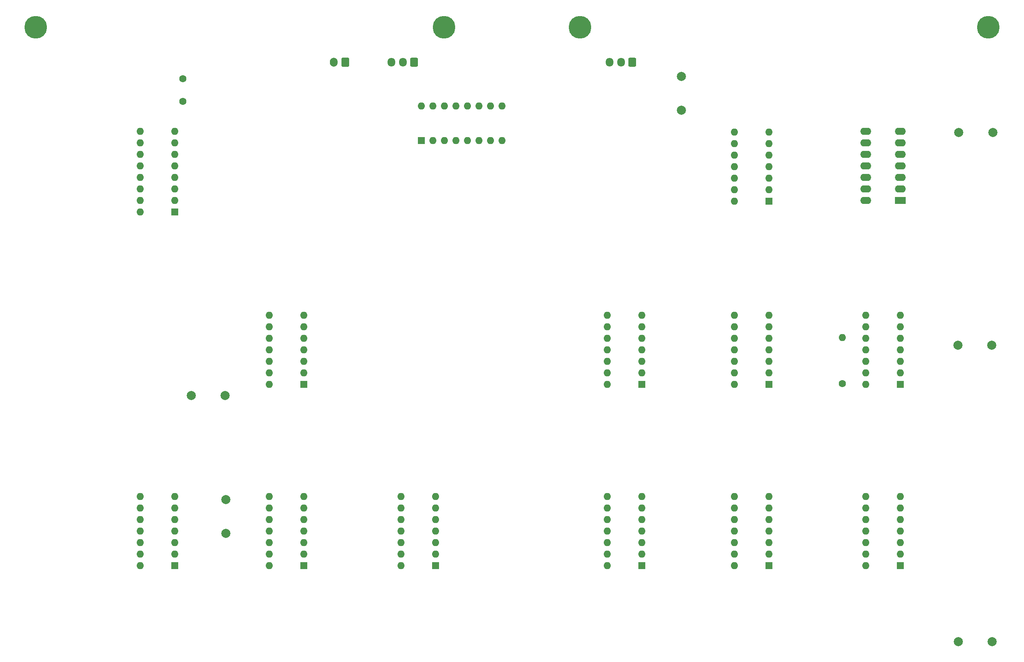
<source format=gbr>
%TF.GenerationSoftware,KiCad,Pcbnew,(6.0.4-0)*%
%TF.CreationDate,2024-04-30T16:36:33+10:00*%
%TF.ProjectId,PC and ADDER 74LS74 MOD,50432061-6e64-4204-9144-444552203734,rev?*%
%TF.SameCoordinates,Original*%
%TF.FileFunction,Soldermask,Top*%
%TF.FilePolarity,Negative*%
%FSLAX46Y46*%
G04 Gerber Fmt 4.6, Leading zero omitted, Abs format (unit mm)*
G04 Created by KiCad (PCBNEW (6.0.4-0)) date 2024-04-30 16:36:33*
%MOMM*%
%LPD*%
G01*
G04 APERTURE LIST*
G04 Aperture macros list*
%AMRoundRect*
0 Rectangle with rounded corners*
0 $1 Rounding radius*
0 $2 $3 $4 $5 $6 $7 $8 $9 X,Y pos of 4 corners*
0 Add a 4 corners polygon primitive as box body*
4,1,4,$2,$3,$4,$5,$6,$7,$8,$9,$2,$3,0*
0 Add four circle primitives for the rounded corners*
1,1,$1+$1,$2,$3*
1,1,$1+$1,$4,$5*
1,1,$1+$1,$6,$7*
1,1,$1+$1,$8,$9*
0 Add four rect primitives between the rounded corners*
20,1,$1+$1,$2,$3,$4,$5,0*
20,1,$1+$1,$4,$5,$6,$7,0*
20,1,$1+$1,$6,$7,$8,$9,0*
20,1,$1+$1,$8,$9,$2,$3,0*%
G04 Aperture macros list end*
%ADD10RoundRect,0.250000X0.600000X0.750000X-0.600000X0.750000X-0.600000X-0.750000X0.600000X-0.750000X0*%
%ADD11O,1.700000X2.000000*%
%ADD12RoundRect,0.250000X0.600000X0.725000X-0.600000X0.725000X-0.600000X-0.725000X0.600000X-0.725000X0*%
%ADD13O,1.700000X1.950000*%
%ADD14R,1.600000X1.600000*%
%ADD15O,1.600000X1.600000*%
%ADD16C,1.600000*%
%ADD17C,5.000000*%
%ADD18C,2.000000*%
%ADD19R,2.400000X1.600000*%
%ADD20O,2.400000X1.600000*%
G04 APERTURE END LIST*
D10*
%TO.C,J4*%
X108200000Y-30700000D03*
D11*
X105700000Y-30700000D03*
%TD*%
D12*
%TO.C,J3*%
X123400000Y-30700000D03*
D13*
X120900000Y-30700000D03*
X118400000Y-30700000D03*
%TD*%
D12*
%TO.C,J2*%
X171500000Y-30750000D03*
D13*
X169000000Y-30750000D03*
X166500000Y-30750000D03*
%TD*%
D14*
%TO.C,U5*%
X99120000Y-101740000D03*
D15*
X99120000Y-99200000D03*
X99120000Y-96660000D03*
X99120000Y-94120000D03*
X99120000Y-91580000D03*
X99120000Y-89040000D03*
X99120000Y-86500000D03*
X91500000Y-86500000D03*
X91500000Y-89040000D03*
X91500000Y-91580000D03*
X91500000Y-94120000D03*
X91500000Y-96660000D03*
X91500000Y-99200000D03*
X91500000Y-101740000D03*
%TD*%
D14*
%TO.C,U6*%
X173620000Y-101740000D03*
D15*
X173620000Y-99200000D03*
X173620000Y-96660000D03*
X173620000Y-94120000D03*
X173620000Y-91580000D03*
X173620000Y-89040000D03*
X173620000Y-86500000D03*
X166000000Y-86500000D03*
X166000000Y-89040000D03*
X166000000Y-91580000D03*
X166000000Y-94120000D03*
X166000000Y-96660000D03*
X166000000Y-99200000D03*
X166000000Y-101740000D03*
%TD*%
D14*
%TO.C,U9*%
X70620000Y-141740000D03*
D15*
X70620000Y-139200000D03*
X70620000Y-136660000D03*
X70620000Y-134120000D03*
X70620000Y-131580000D03*
X70620000Y-129040000D03*
X70620000Y-126500000D03*
X63000000Y-126500000D03*
X63000000Y-129040000D03*
X63000000Y-131580000D03*
X63000000Y-134120000D03*
X63000000Y-136660000D03*
X63000000Y-139200000D03*
X63000000Y-141740000D03*
%TD*%
D14*
%TO.C,U10*%
X99120000Y-141740000D03*
D15*
X99120000Y-139200000D03*
X99120000Y-136660000D03*
X99120000Y-134120000D03*
X99120000Y-131580000D03*
X99120000Y-129040000D03*
X99120000Y-126500000D03*
X91500000Y-126500000D03*
X91500000Y-129040000D03*
X91500000Y-131580000D03*
X91500000Y-134120000D03*
X91500000Y-136660000D03*
X91500000Y-139200000D03*
X91500000Y-141740000D03*
%TD*%
D14*
%TO.C,U11*%
X128120000Y-141740000D03*
D15*
X128120000Y-139200000D03*
X128120000Y-136660000D03*
X128120000Y-134120000D03*
X128120000Y-131580000D03*
X128120000Y-129040000D03*
X128120000Y-126500000D03*
X120500000Y-126500000D03*
X120500000Y-129040000D03*
X120500000Y-131580000D03*
X120500000Y-134120000D03*
X120500000Y-136660000D03*
X120500000Y-139200000D03*
X120500000Y-141740000D03*
%TD*%
D14*
%TO.C,U12*%
X173620000Y-141740000D03*
D15*
X173620000Y-139200000D03*
X173620000Y-136660000D03*
X173620000Y-134120000D03*
X173620000Y-131580000D03*
X173620000Y-129040000D03*
X173620000Y-126500000D03*
X166000000Y-126500000D03*
X166000000Y-129040000D03*
X166000000Y-131580000D03*
X166000000Y-134120000D03*
X166000000Y-136660000D03*
X166000000Y-139200000D03*
X166000000Y-141740000D03*
%TD*%
D14*
%TO.C,U13*%
X201620000Y-141740000D03*
D15*
X201620000Y-139200000D03*
X201620000Y-136660000D03*
X201620000Y-134120000D03*
X201620000Y-131580000D03*
X201620000Y-129040000D03*
X201620000Y-126500000D03*
X194000000Y-126500000D03*
X194000000Y-129040000D03*
X194000000Y-131580000D03*
X194000000Y-134120000D03*
X194000000Y-136660000D03*
X194000000Y-139200000D03*
X194000000Y-141740000D03*
%TD*%
D14*
%TO.C,U14*%
X230620000Y-141740000D03*
D15*
X230620000Y-139200000D03*
X230620000Y-136660000D03*
X230620000Y-134120000D03*
X230620000Y-131580000D03*
X230620000Y-129040000D03*
X230620000Y-126500000D03*
X223000000Y-126500000D03*
X223000000Y-129040000D03*
X223000000Y-131580000D03*
X223000000Y-134120000D03*
X223000000Y-136660000D03*
X223000000Y-139200000D03*
X223000000Y-141740000D03*
%TD*%
D14*
%TO.C,U1*%
X70620000Y-63780000D03*
D15*
X70620000Y-61240000D03*
X70620000Y-58700000D03*
X70620000Y-56160000D03*
X70620000Y-53620000D03*
X70620000Y-51080000D03*
X70620000Y-48540000D03*
X70620000Y-46000000D03*
X63000000Y-46000000D03*
X63000000Y-48540000D03*
X63000000Y-51080000D03*
X63000000Y-53620000D03*
X63000000Y-56160000D03*
X63000000Y-58700000D03*
X63000000Y-61240000D03*
X63000000Y-63780000D03*
%TD*%
D14*
%TO.C,U2*%
X125000000Y-48000000D03*
D15*
X127540000Y-48000000D03*
X130080000Y-48000000D03*
X132620000Y-48000000D03*
X135160000Y-48000000D03*
X137700000Y-48000000D03*
X140240000Y-48000000D03*
X142780000Y-48000000D03*
X142780000Y-40380000D03*
X140240000Y-40380000D03*
X137700000Y-40380000D03*
X135160000Y-40380000D03*
X132620000Y-40380000D03*
X130080000Y-40380000D03*
X127540000Y-40380000D03*
X125000000Y-40380000D03*
%TD*%
D14*
%TO.C,U7*%
X201620000Y-101740000D03*
D15*
X201620000Y-99200000D03*
X201620000Y-96660000D03*
X201620000Y-94120000D03*
X201620000Y-91580000D03*
X201620000Y-89040000D03*
X201620000Y-86500000D03*
X194000000Y-86500000D03*
X194000000Y-89040000D03*
X194000000Y-91580000D03*
X194000000Y-94120000D03*
X194000000Y-96660000D03*
X194000000Y-99200000D03*
X194000000Y-101740000D03*
%TD*%
D16*
%TO.C,R2*%
X217805000Y-101600000D03*
D15*
X217805000Y-91440000D03*
%TD*%
D14*
%TO.C,U8*%
X230620000Y-101740000D03*
D15*
X230620000Y-99200000D03*
X230620000Y-96660000D03*
X230620000Y-94120000D03*
X230620000Y-91580000D03*
X230620000Y-89040000D03*
X230620000Y-86500000D03*
X223000000Y-86500000D03*
X223000000Y-89040000D03*
X223000000Y-91580000D03*
X223000000Y-94120000D03*
X223000000Y-96660000D03*
X223000000Y-99200000D03*
X223000000Y-101740000D03*
%TD*%
D16*
%TO.C,C5*%
X72390000Y-39370000D03*
X72390000Y-34370000D03*
%TD*%
D14*
%TO.C,U3*%
X201620000Y-61340000D03*
D15*
X201620000Y-58800000D03*
X201620000Y-56260000D03*
X201620000Y-53720000D03*
X201620000Y-51180000D03*
X201620000Y-48640000D03*
X201620000Y-46100000D03*
X194000000Y-46100000D03*
X194000000Y-48640000D03*
X194000000Y-51180000D03*
X194000000Y-53720000D03*
X194000000Y-56260000D03*
X194000000Y-58800000D03*
X194000000Y-61340000D03*
%TD*%
D17*
%TO.C,H1*%
X40000000Y-23000000D03*
X130000000Y-23000000D03*
%TD*%
%TO.C,H2*%
X160000000Y-23000000D03*
X250000000Y-23000000D03*
%TD*%
D18*
%TO.C,C1*%
X81900000Y-134650000D03*
X81900000Y-127150000D03*
%TD*%
%TO.C,C3*%
X81750000Y-104200000D03*
X74250000Y-104200000D03*
%TD*%
%TO.C,C5*%
X243250000Y-93100000D03*
X250750000Y-93100000D03*
%TD*%
%TO.C,C4*%
X182300000Y-41350000D03*
X182300000Y-33850000D03*
%TD*%
%TO.C,C2*%
X243450000Y-46200000D03*
X250950000Y-46200000D03*
%TD*%
%TO.C,C6*%
X243350000Y-158500000D03*
X250850000Y-158500000D03*
%TD*%
D19*
%TO.C,U4*%
X230625000Y-61225000D03*
D20*
X230625000Y-58685000D03*
X230625000Y-56145000D03*
X230625000Y-53605000D03*
X230625000Y-51065000D03*
X230625000Y-48525000D03*
X230625000Y-45985000D03*
X223005000Y-45985000D03*
X223005000Y-48525000D03*
X223005000Y-51065000D03*
X223005000Y-53605000D03*
X223005000Y-56145000D03*
X223005000Y-58685000D03*
X223005000Y-61225000D03*
%TD*%
M02*

</source>
